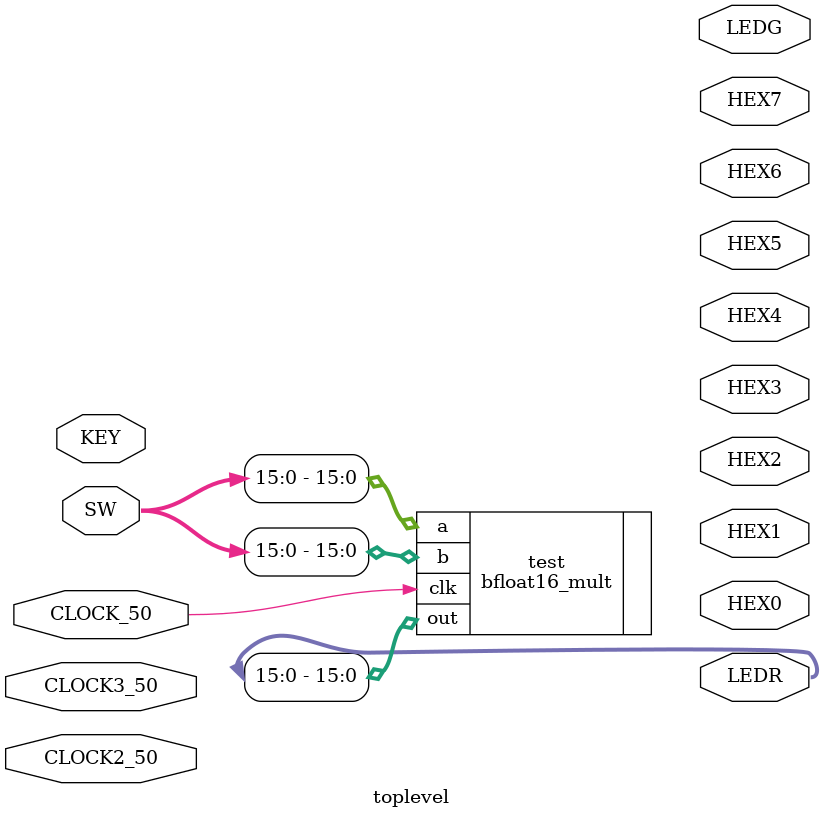
<source format=v>


module toplevel(

	//////////// CLOCK //////////
	CLOCK_50,
	CLOCK2_50,
	CLOCK3_50,

	//////////// LED //////////
	LEDG,
	LEDR,

	//////////// KEY //////////
	KEY,

	//////////// SW //////////
	SW,

	//////////// SEG7 //////////
	HEX0,
	HEX1,
	HEX2,
	HEX3,
	HEX4,
	HEX5,
	HEX6,
	HEX7 
);

//=======================================================
//  PARAMETER declarations
//=======================================================


//=======================================================
//  PORT declarations
//=======================================================

//////////// CLOCK //////////
input 		          		CLOCK_50;
input 		          		CLOCK2_50;
input 		          		CLOCK3_50;

//////////// LED //////////
output		     [8:0]		LEDG;
output		    [17:0]		LEDR;

//////////// KEY //////////
input 		     [3:0]		KEY;

//////////// SW //////////
input 		    [17:0]		SW;

//////////// SEG7 //////////
output		     [6:0]		HEX0;
output		     [6:0]		HEX1;
output		     [6:0]		HEX2;
output		     [6:0]		HEX3;
output		     [6:0]		HEX4;
output		     [6:0]		HEX5;
output		     [6:0]		HEX6;
output		     [6:0]		HEX7;

//=======================================================
//  REG/WIRE declarations
//=======================================================

 bfloat16_mult test(.clk(CLOCK_50), .a(SW[15:0]), .b(SW[15:0]), .out(LEDR[15:0]));


//=======================================================
//  Structural coding
//=======================================================



endmodule

</source>
